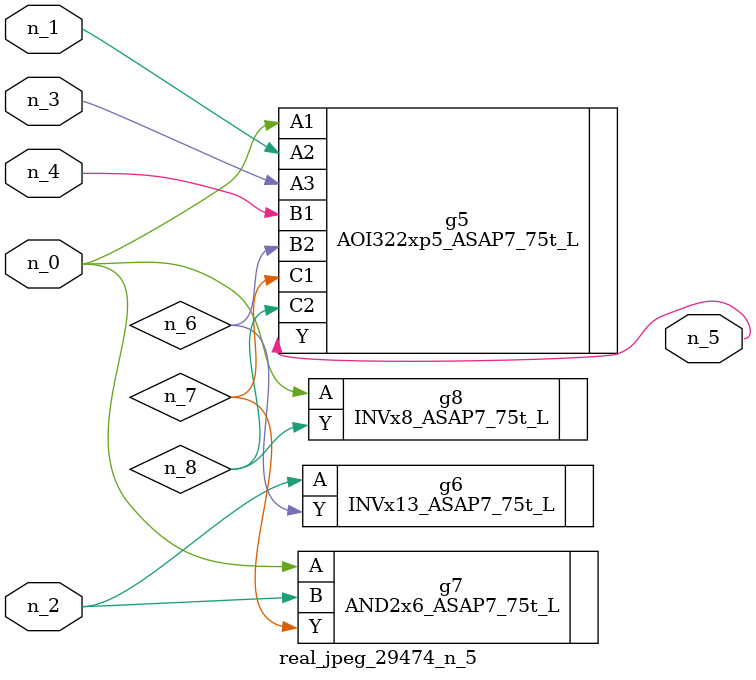
<source format=v>
module real_jpeg_29474_n_5 (n_4, n_0, n_1, n_2, n_3, n_5);

input n_4;
input n_0;
input n_1;
input n_2;
input n_3;

output n_5;

wire n_8;
wire n_6;
wire n_7;

AOI322xp5_ASAP7_75t_L g5 ( 
.A1(n_0),
.A2(n_1),
.A3(n_3),
.B1(n_4),
.B2(n_6),
.C1(n_7),
.C2(n_8),
.Y(n_5)
);

AND2x6_ASAP7_75t_L g7 ( 
.A(n_0),
.B(n_2),
.Y(n_7)
);

INVx8_ASAP7_75t_L g8 ( 
.A(n_0),
.Y(n_8)
);

INVx13_ASAP7_75t_L g6 ( 
.A(n_2),
.Y(n_6)
);


endmodule
</source>
